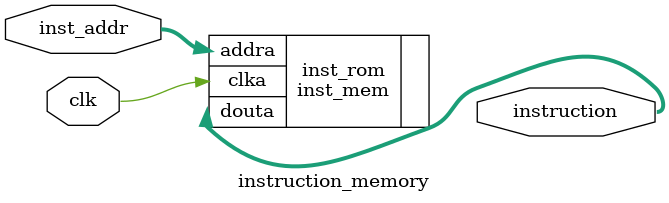
<source format=v>
`timescale 1ns / 1ps


module instruction_memory(
    clk, inst_addr, instruction
    );
    input clk;
    input [19:0] inst_addr;
    output [31:0] instruction;
    inst_mem inst_rom(.addra(inst_addr), .clka(clk), .douta(instruction));
endmodule

</source>
